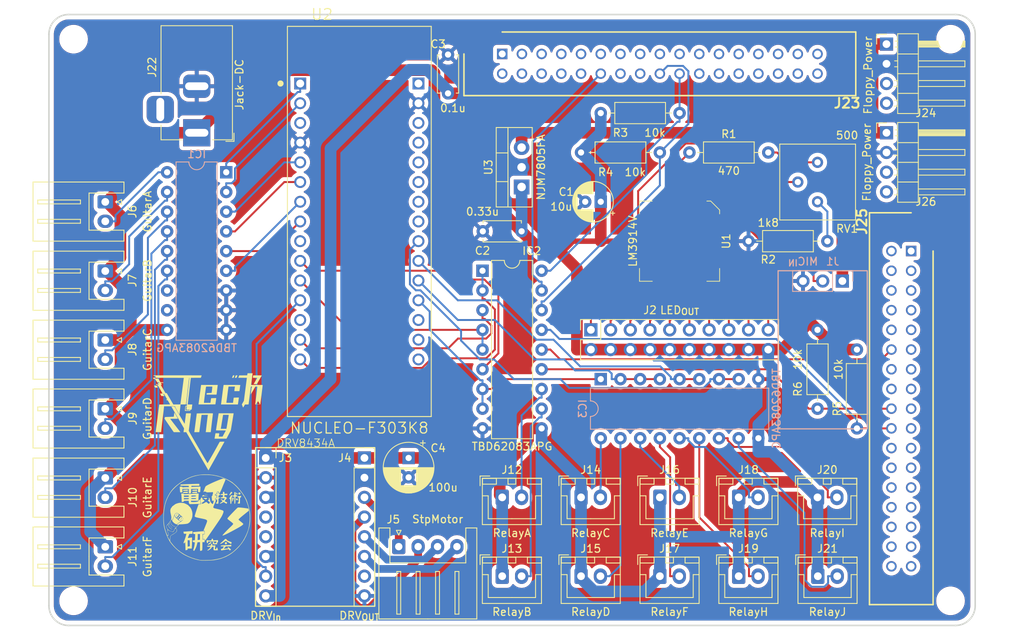
<source format=kicad_pcb>
(kicad_pcb (version 20221018) (generator pcbnew)
  (layers (0 "F.Cu" signal) (31 "B.Cu" signal) (34 "B.Paste" user) (35 "F.Paste" user) (36 "B.SilkS" user "B.Silkscreen") (37 "F.SilkS" user "F.Silkscreen") (38 "B.Mask" user) (39 "F.Mask" user) (44 "Edge.Cuts" user))
  (net 0 "")
  (net 1 "+12V")
  (net 2 "GND")
  (net 3 "+5V")
  (net 4 "/Direction1")
  (net 5 "/Step1")
  (net 6 "/Step2")
  (net 7 "/Direction2")
  (net 8 "/Relay1")
  (net 9 "/Relay2")
  (net 10 "/Relay3")
  (net 11 "/Relay4")
  (net 12 "/Motor_OutAN")
  (net 13 "/Motor_OutA")
  (net 14 "/Motor_OutBN")
  (net 15 "/Motor_OutB")
  (net 16 "/Guitar1")
  (net 17 "/Guitar2")
  (net 18 "/Guitar3")
  (net 19 "/Guitar4")
  (net 20 "/Guitar5")
  (net 21 "/Guitar6")
  (net 22 "Net-(IC1-O6)")
  (net 23 "Net-(IC1-O5)")
  (net 24 "Net-(IC1-O4)")
  (net 25 "Net-(IC1-O3)")
  (net 26 "Net-(IC1-O2)")
  (net 27 "Net-(IC1-O1)")
  (net 28 "Net-(IC2-O8)")
  (net 29 "Net-(IC2-O7)")
  (net 30 "Net-(IC2-O6)")
  (net 31 "Net-(IC2-O5)")
  (net 32 "Net-(IC2-O4)")
  (net 33 "Net-(IC2-O3)")
  (net 34 "Net-(IC2-O2)")
  (net 35 "Net-(IC2-O1)")
  (net 36 "Net-(IC3-O8)")
  (net 37 "Net-(IC3-O7)")
  (net 38 "Net-(IC3-O6)")
  (net 39 "Net-(IC3-O5)")
  (net 40 "Net-(IC3-O4)")
  (net 41 "Net-(IC3-O3)")
  (net 42 "Net-(IC3-O2)")
  (net 43 "Net-(IC3-O1)")
  (net 44 "Net-(J1-Pin_2)")
  (net 45 "Net-(J2-Pin_1)")
  (net 46 "Net-(J2-Pin_3)")
  (net 47 "Net-(J2-Pin_5)")
  (net 48 "Net-(J2-Pin_7)")
  (net 49 "Net-(J2-Pin_9)")
  (net 50 "Net-(J2-Pin_11)")
  (net 51 "Net-(J2-Pin_13)")
  (net 52 "Net-(J2-Pin_15)")
  (net 53 "Net-(J2-Pin_17)")
  (net 54 "Net-(J2-Pin_19)")
  (net 57 "Net-(J3-Pin_7)")
  (net 63 "Net-(U1-REFOUT)")
  (net 64 "Net-(R1-Pad2)")
  (net 65 "Net-(R2-Pad1)")
  (net 66 "Net-(U1-REFADJ)")
  (footprint "Resistor_THT:R_Axial_DIN0207_L6.3mm_D2.5mm_P10.16mm_Horizontal" (layer "F.Cu") (at 199.39 90.17 -90)
    (fp_text reference "R6")
    (fp_text value "10k")
  )
  (footprint "Connector_JST:JST_XH_S2B-XH-A_1x02_P2.50mm_Horizontal" (layer "F.Cu") (at 107.59 91.48 -90)
    (fp_text reference "J8")
    (fp_text value "GuitarC")
  )
  (footprint "MountingHole:MountingHole_3.2mm_M3" (layer "F.Cu") (at 216.535 125.095)
    (fp_text reference "REF**")
    (fp_text value "MountingHole_3.2mm_M3")
  )
  (footprint "Capacitor_THT:C_Disc_D4.7mm_W2.5mm_P5.00mm" (layer "F.Cu") (at 161.25 77.47 180)
    (fp_text reference "C2")
    (fp_text value "0.33u")
  )
  (footprint "Connector_JST:JST_XH_S2B-XH-A_1x02_P2.50mm_Horizontal" (layer "F.Cu") (at 107.59 73.68 -90)
    (fp_text reference "J6")
    (fp_text value "GuitarA")
  )
  (footprint "Connector_PinSocket_2.54mm:PinSocket_1x08_P2.54mm_Vertical" (layer "F.Cu") (at 140.995 106.68)
    (fp_text reference "J4")
    (fp_text value "DRV_{OUT}")
  )
  (footprint "Potentiometer_THT:Potentiometer_Bourns_3386P_Vertical" (layer "F.Cu") (at 199.39 68.58 180)
    (fp_text reference "RV1")
    (fp_text value "500")
  )
  (footprint "Package_LCC:PLCC-20" (layer "F.Cu") (at 181.61 78.74 -90)
    (fp_text reference "U1")
    (fp_text value "LM3914V")
  )
  (footprint "Connector_JST:JST_XH_B2B-XH-A_1x02_P2.50mm_Vertical" (layer "F.Cu") (at 189.23 111.76)
    (fp_text reference "J18")
    (fp_text value "RelayG")
  )
  (footprint "Connector_PinHeader_2.54mm:PinHeader_1x04_P2.54mm_Horizontal" (layer "F.Cu") (at 208.28 53.34)
    (fp_text reference "J24")
    (fp_text value "Floppy_Power")
  )
  (footprint "Connector_JST:JST_XH_S2B-XH-A_1x02_P2.50mm_Horizontal" (layer "F.Cu") (at 107.59 100.35 -90)
    (fp_text reference "J9")
    (fp_text value "GuitarD")
  )
  (footprint "Capacitor_THT:CP_Radial_D6.3mm_P2.50mm" (layer "F.Cu") (at 146.685 106.68 -90)
    (fp_text reference "C4")
    (fp_text value "100u")
  )
  (footprint "Connector_PinHeader_2.54mm:PinHeader_1x04_P2.54mm_Horizontal" (layer "F.Cu") (at 208.28 64.77)
    (fp_text reference "J26")
    (fp_text value "Floppy_Power")
  )
  (footprint "Connector_JST:JST_XH_S4B-XH-A_1x04_P2.50mm_Horizontal" (layer "F.Cu") (at 145.415 118.11)
    (fp_text reference "J5")
    (fp_text value "StpMotor")
  )
  (footprint "Connector_JST:JST_XH_S2B-XH-A_1x02_P2.50mm_Horizontal" (layer "F.Cu") (at 107.59 109.26 -90)
    (fp_text reference "J10")
    (fp_text value "GuitarE")
  )
  (footprint "LOGO:TechRing" (layer "F.Cu") (at 120.65 101.6)
    (fp_text reference "G0")
    (fp_text value "LOGO" hide)
  )
  (footprint "Connector_JST:JST_XH_B2B-XH-A_1x02_P2.50mm_Vertical" (layer "F.Cu") (at 189.23 121.92)
    (fp_text reference "J19")
    (fp_text value "RelayH")
  )
  (footprint "Connector_JST:JST_XH_S2B-XH-A_1x02_P2.50mm_Horizontal" (layer "F.Cu") (at 107.59 82.59 -90)
    (fp_text reference "J7")
    (fp_text value "GuitarB")
  )
  (footprint "Module:MODULE_NUCLEO-F303K8" (layer "F.Cu") (at 140.335 76.2)
    (fp_text reference "U2")
    (fp_text value "NUCLEO-F303K8")
  )
  (footprint "Connector_JST:JST_XH_B2B-XH-A_1x02_P2.50mm_Vertical" (layer "F.Cu") (at 158.75 111.76)
    (fp_text reference "J12")
    (fp_text value "RelayA")
  )
  (footprint "Resistor_THT:R_Axial_DIN0207_L6.3mm_D2.5mm_P10.16mm_Horizontal" (layer "F.Cu") (at 200.66 78.74 180)
    (fp_text reference "R2")
    (fp_text value "1k8")
  )
  (footprint "Resistor_THT:R_Axial_DIN0207_L6.3mm_D2.5mm_P10.16mm_Horizontal" (layer "F.Cu") (at 204.47 92.71 -90)
    (fp_text reference "R5")
    (fp_text value "10k")
  )
  (footprint "Connector:SHDR34W70P254_2X17_5050X820X900P" (layer "F.Cu") (at 211.455 80.01 90)
    (fp_text reference "J25")
    (fp_text value "FloppyB" hide)
  )
  (footprint "Resistor_THT:R_Axial_DIN0207_L6.3mm_D2.5mm_P10.16mm_Horizontal" (layer "F.Cu") (at 182.88 67.31)
    (fp_text reference "R1")
    (fp_text value "470")
  )
  (footprint "Connector_JST:JST_XH_B2B-XH-A_1x02_P2.50mm_Vertical" (layer "F.Cu") (at 199.43 121.92)
    (fp_text reference "J21")
    (fp_text value "RelayJ")
  )
  (footprint "Resistor_THT:R_Axial_DIN0207_L6.3mm_D2.5mm_P10.16mm_Horizontal" (layer "F.Cu") (at 168.91 67.31)
    (fp_text reference "R4")
    (fp_text value "10k")
  )
  (footprint "Connector_BarrelJack:BarrelJack_Horizontal" (layer "F.Cu") (at 119.38 64.77 -90)
    (fp_text reference "J22")
    (fp_text value "Jack-DC")
  )
  (footprint "MountingHole:MountingHole_3.2mm_M3" (layer "F.Cu") (at 216.535 52.705)
    (fp_text reference "REF**")
    (fp_text value "MountingHole_3.2mm_M3")
  )
  (footprint "MountingHole:MountingHole_3.2mm_M3" (layer "F.Cu") (at 103.505 125.095)
    (fp_text reference "REF**")
    (fp_text value "MountingHole_3.2mm_M3")
  )
  (footprint "Connector_JST:JST_XH_B2B-XH-A_1x02_P2.50mm_Vertical" (layer "F.Cu") (at 158.75 121.92)
    (fp_text reference "J13")
    (fp_text value "RelayB")
  )
  (footprint "MountingHole:MountingHole_3.2mm_M3" (layer "F.Cu") (at 103.505 52.705)
    (fp_text reference "REF**")
    (fp_text value "MountingHole_3.2mm_M3")
  )
  (footprint "Connector_JST:JST_XH_B2B-XH-A_1x02_P2.50mm_Vertical" (layer "F.Cu") (at 199.39 111.76)
    (fp_text reference "J20")
    (fp_text value "RelayI")
  )
  (footprint "Connector_JST:JST_XH_B2B-XH-A_1x02_P2.50mm_Vertical" (layer "F.Cu") (at 168.91 121.92)
    (fp_text reference "J15")
    (fp_text value "RelayD")
  )
  (footprint "Capacitor_THT:C_Disc_D4.7mm_W2.5mm_P5.00mm" (layer "F.Cu") (at 151.765 59.69 90)
    (fp_text reference "C3")
    (fp_text value "0.1u")
  )
  (footprint "Connector_JST:JST_XH_B2B-XH-A_1x02_P2.50mm_Vertical" (layer "F.Cu") (at 168.91 111.76)
    (fp_text reference "J14")
    (fp_text value "RelayC")
  )
  (footprint "Connector_PinSocket_2.54mm:PinSocket_2x10_P2.54mm_Vertical" (layer "F.Cu") (at 170.18 90.17 90)
    (fp_text reference "J2")
    (fp_text value "LED_{OUT}")
  )
  (footprint "Connector_PinSocket_2.54mm:PinSocket_1x08_P2.54mm_Vertical" (layer "F.Cu") (at 128.27 106.68)
    (fp_text reference "J3")
    (fp_text value "DRV_{In}")
  )
  (footprint "Connector:SHDR34W70P254_2X17_5050X820X900P" (layer "F.Cu") (at 158.75 54.61 180)
    (fp_text reference "J23")
    (fp_text value "FloppyA" hide)
  )
  (footprint "Resistor_THT:R_Axial_DIN0207_L6.3mm_D2.5mm_P10.16mm_Horizontal" (layer "F.Cu") (at 171.45 62.23)
    (fp_text reference "R3")
    (fp_text value "10k")
  )
  (footprint "LOGO:Denken" (layer "F.Cu") (at 120.65 114.3)
    (fp_text reference "G1")
    (fp_text value "LOGO" hide)
  )
  (footprint "Capacitor_THT:CP_Radial_D5.0mm_P2.00mm" (layer "F.Cu") (at 171.45 73.66 180)
    (fp_text reference "C1")
    (fp_text value "10u")
  )
  (footprint "Connector_JST:JST_XH_S2B-XH-A_1x02_P2.50mm_Horizontal" (layer "F.Cu") (at 107.59 118.13 -90)
    (fp_text reference "J11")
    (fp_text value "GuitarF")
  )
  (footprint "Connector_JST:JST_XH_B2B-XH-A_1x02_P2.50mm_Vertical" (layer "F.Cu") (at 179.07 121.92)
    (fp_text reference "J17")
    (fp_text value "RelayF")
  )
  (footprint "Package_TO_SOT_THT:TO-220-3_Vertical" (layer "F.Cu") (at 161.25 71.755 90)
    (fp_text reference "U3")
    (fp_text value "NJM7805FA")
  )
  (footprint "Package_DIP:DIP-18_W7.62mm" (layer "F.Cu") (at 156.21 82.55)
    (fp_text reference "IC2")
    (fp_text value "TBD62083APG")
  )
  (footprint "Connector_JST:JST_XH_B2B-XH-A_1x02_P2.50mm_Vertical" (layer "F.Cu") (at 179.07 111.76)
    (fp_text reference "J16")
    (fp_text value "RelayE")
  )
  (footprint "Connector_PinSocket_2.54mm:PinSocket_1x03_P2.54mm_Vertical" (layer "B.Cu") (at 202.595 83.88 90)
    (fp_text reference "J1")
    (fp_text value "MIC_{IN}")
  )
  (footprint "Package_DIP:DIP-18_W7.62mm" (layer "B.Cu") (at 123.18 69.86 180)
    (fp_text reference "IC1")
    (fp_text value "TBD62083APG")
  )
  (footprint "Package_DIP:DIP-18_W7.62mm" (layer "B.Cu") (at 171.45 96.52 -90)
    (fp_text reference "IC3")
    (fp_text value "TBD62083APG")
  )
  (gr_rect (start 194.31 82.55) (end 205.8 102.93) (stroke (width 0.15)) (fill none) (layer "B.SilkS"))
  (gr_rect (start 126.965 105.35) (end 142.325 125.79) (stroke (width 0.15)) (fill none) (layer "F.SilkS"))
  (gr_line (start 100.33 52.07) (end 100.33 125.73) (stroke (width 0.2)) (layer "Edge.Cuts"))
  (gr_arc (start 102.87 128.27) (mid 101.073949 127.526051) (end 100.33 125.73) (stroke (width 0.2)) (layer "Edge.Cuts"))
  (gr_line (start 217.17 49.53) (end 102.87 49.53) (stroke (width 0.2)) (layer "Edge.Cuts"))
  (gr_line (start 102.87 128.27) (end 217.17 128.27) (stroke (width 0.2)) (layer "Edge.Cuts"))
  (gr_line (start 219.71 125.73) (end 219.71 52.07) (stroke (width 0.2)) (layer "Edge.Cuts"))
  (gr_arc (start 100.33 52.07) (mid 101.073949 50.273949) (end 102.87 49.53) (stroke (width 0.2)) (layer "Edge.Cuts"))
  (gr_arc (start 217.17 49.53) (mid 218.966051 50.273949) (end 219.71 52.07) (stroke (width 0.2)) (layer "Edge.Cuts"))
  (gr_arc (start 219.71 125.73) (mid 218.966051 127.526051) (end 217.17 128.27) (stroke (width 0.2)) (layer "Edge.Cuts"))
  (gr_text "DRV8434A" (at 129.6 105.35) (layer "F.SilkS") (effects (font (size 1 1) (thickness 0.1)) (justify left bottom)))
  (segment (start 170.18 92.71) (end 168.3797 92.71) (width 1.5) (layer "F.Cu") (net 1))
  (segment (start 146.685 106.68) (end 156.8402 106.68) (width 1.5) (layer "F.Cu") (net 1))
  (segment (start 109.5404 80.8434) (end 107.7938 82.59) (width 1.5) (layer "F.Cu") (net 1))
  (segment (start 163.7851 80.0051) (end 166.0754 80.0051) (width 1.5) (layer "F.Cu") (net 1))
  (segment (start 167.3405 78.74) (end 171.45 78.74) (width 0.6998) (layer "F.Cu") (net 1))
  (segment (start 194.6482 85.7739) (end 194.6482 80.3973) (width 1.5) (layer "F.Cu") (net 1))
  (segment (start 107.7863 73.68) (end 109.5404 75.4341) (width 1.5) (layer "F.Cu") (net 1))
  (segment (start 194.8403 92.71) (end 198.2123 89.338) (width 1.5) (layer "F.Cu") (net 1))
  (segment (start 107.59 73.68) (end 107.7863 73.68) (width 1.5) (layer "F.Cu") (net 1))
  (segment (start 136.6297 106.68) (end 146.685 106.68) (width 1.5) (layer "F.Cu") (net 1))
  (segment (start 166.0754 80.0051) (end 168.3797 82.3094) (width 1.5) (layer "F.Cu") (net 1))
  (segment (start 150.015 66.235) (end 150.015 57.05) (width 1.5) (layer "F.Cu") (net 1))
  (segment (start 166.0754 80.0051) (end 167.3405 78.74) (width 1.5) (layer "F.Cu") (net 1))
  (segment (start 198.558 89.338) (end 199.39 90.17) (width 1.5) (layer "F.Cu") (net 1))
  (segment (start 111.9703 104.4564) (end 107.8639 100.35) (width 1.5) (layer "F.Cu") (net 1))
  (segment (start 109.5602 98.6537) (end 109.5602 91.48) (width 1.5) (layer "F.Cu") (net 1))
  (segment (start 193.04 92.71) (end 194.8403 92.71) (width 1.5) (layer "F.Cu") (net 1))
  (segment (start 114.2348 90.18) (end 110.8795 90.18) (width 1.5) (layer "F.Cu") (net 1))
  (segment (start 110.8795 90.18) (end 109.5795 91.48) (width 1.5) (layer "F.Cu") (net 1))
  (segment (start 199.39 111.76) (end 197.4011 109.7711) (width 1.5) (layer "F.Cu") (net 1))
  (segment (start 185.42 92.71) (end 182.88 92.71) (width 1.5) (layer "F.Cu") (net 1))
  (segment (start 161.25 77.47) (end 163.7851 80.0051) (width 1.5) (layer "F.Cu") (net 1))
  (segment (start 107.8639 100.35) (end 107.59 100.35) (width 1.5) (layer "F.Cu") (net 1))
  (segment (start 190.4509 76.2) (end 187.1752 76.2) (width 1.5) (layer "F.Cu") (net 1))
  (segment (start 161.25 77.47) (end 150.015 66.235) (width 1.5) (layer "F.Cu") (net 1))
  (segment (start 116.6797 64.7866) (end 116.6797 64.77) (width 1.5) (layer "F.Cu") (net 1))
  (segment (start 109.5602 91.48) (end 107.59 91.48) (width 1.5) (layer "F.Cu") (net 1))
  (segment (start 115.56 90.18) (end 114.2348 90.18) (width 1.5) (layer "F.Cu") (net 1))
  (segment (start 109.5404 75.4341) (end 109.5404 80.8434) (width 1.5) (layer "F.Cu") (net 1))
  (segment (start 190.5 92.71) (end 193.04 92.71) (width 1.5) (layer "F.Cu") (net 1))
  (segment (start 198.2123 89.338) (end 194.6482 85.7739) (width 1.5) (layer "F.Cu") (net 1))
  (segment (start 109.5795 91.48) (end 109.5602 91.48) (width 1.5) (layer "F.Cu") (net 1))
  (segment (start 158.75 111.76) (end 158.4301 111.4401) (width 1.5) (layer "F.Cu") (net 1))
  (segment (start 189.23 111.5591) (end 189.23 111.76) (width 1.5) (layer "F.Cu") (net 1))
  (segment (start 110.8795 90.18) (end 110.8795 85.6757) (width 1.5) (layer "F.Cu") (net 1))
  (segment (start 168.3797 82.3094) (end 168.3797 92.71) (width 1.5) (layer "F.Cu") (net 1))
  (segment (start 175.26 92.71) (end 172.72 92.71) (width 1.5) (layer "F.Cu") (net 1))
  (segment (start 107.7938 82.59) (end 107.59 82.59) (width 1.5) (layer "F.Cu") (net 1))
  (segment (start 171.45 73.66) (end 171.45 75.4103) (width 1.5) (layer "F.Cu") (net 1))
  (segment (start 177.8 92.71) (end 175.26 92.71) (width 1.5) (layer "F.Cu") (net 1))
  (segment (start 110.8795 85.6757) (end 107.7938 82.59) (width 1.5) (layer "F.Cu") (net 1))
  (segment (start 197.4011 109.7711) (end 191.018 109.7711) (width 1.5) (layer "F.Cu") (net 1))
  (segment (start 127.445 56.705) (end 119.38 64.77) (width 1.5) (layer "F.Cu") (net 1))
  (segment (start 111.9703 104.8797) (end 111.9703 104.4564) (width 1.5) (layer "F.Cu") (net 1))
  (segment (start 111.9703 104.8797) (end 134.8294 104.8797) (width 1.5) (layer "F.Cu") (net 1))
  (segment (start 187.96 92.71) (end 185.42 92.71) (width 1.5) (layer "F.Cu") (net 1))
  (segment (start 150.015 57.05) (end 149.67 56.705) (width 1.5) (layer "F.Cu") (net 1))
  (segment (start 204.47 92.71) (end 201.93 92.71) (width 1.5) (layer "F.Cu") (net 1))
  (segment (start 191.018 109.7711) (end 189.23 111.5591) (width 1.5) (layer "F.Cu") (net 1))
  (segment (start 134.8294 104.8797) (end 136.6297 106.68) (width 1.5) (layer "F.Cu") (net 1))
  (segment (start 162.0797 102.87) (end 162.0797 104.6203) (width 1.5) (layer "F.Cu") (net 1))
  (segment (start 119.38 64.77) (end 116.6797 64.77) (width 1.5) (layer "F.Cu") (net 1))
  (segment (start 198.2123 89.338) (end 198.558 89.338) (width 1.5) (layer "F.Cu") (net 1))
  (segment (start 171.45 78.74) (end 171.45 75.4103) (width 1.5) (layer "F.Cu") (net 1))
  (segment (start 194.6482 80.3973) (end 190.4509 76.2) (width 1.5) (layer "F.Cu") (net 1))
  (segment (start 107.7863 73.68) (end 116.6797 64.7866) (width 1.5) (layer "F.Cu") (net 1))
  (segment (start 107.8639 100.35) (end 109.5602 98.6537) (width 1.5) (layer "F.Cu") (net 1))
  (segment (start 190.5 92.71) (end 187.96 92.71) (width 1.5) (layer "F.Cu") (net 1))
  (segment (start 182.88 92.71) (end 180.34 92.71) (width 1.5) (layer "F.Cu") (net 1))
  (segment (start 156.8402 106.68) (end 158.4301 108.2699) (width 1.5) (layer "F.Cu") (net 1))
  (segment (start 171.45 78.74) (end 177.5575 78.74) (width 0.6998) (layer "F.Cu") (net 1))
  (segment (start 162.0797 104.6203) (end 158.4301 108.2699) (width 1.5) (layer "F.Cu") (net 1))
  (segment (start 107.59 109.26) (end 111.9703 104.8797) (width 1.5) (layer "F.Cu") (net 1))
  (segment (start 172.72 92.71) (end 170.18 92.71) (width 1.5) (layer "F.Cu") (net 1))
  (segment (start 158.4301 111.4401) (end 158.4301 108.2699) (width 1.5) (layer "F.Cu") (net 1))
  (segment (start 180.34 92.71) (end 177.8 92.71) (width 1.5) (layer "F.Cu") (net 1))
  (segment (start 185.6625 76.2) (end 187.1752 76.2) (width 0.6998) (layer "F.Cu") (net 1))
  (segment (start 149.67 56.705) (end 127.445 56.705) (width 1.5) (layer "F.Cu") (net 1))
  (segment (start 201.93 92.71) (end 199.39 90.17) (width 1.5) (layer "F.Cu") (net 1))
  (segment (start 163.83 102.87) (end 162.0797 102.87) (width 1.5) (layer "F.Cu") (net 1))
  (segment (start 193.04 92.71) (end 193.04 94.5103) (width 1.5) (layer "B.Cu") (net 1))
  (segment (start 171.45 73.66) (end 171.45 69.85) (width 1.5) (layer "B.Cu") (net 1))
  (segment (start 191.77 104.6074) (end 191.77 105.8903) (width 1.5) (layer "B.Cu") (net 1))
  (segment (start 191.77 102.3897) (end 193.5549 100.6048) (width 1.5) (layer "B.Cu") (net 1))
  (segment (start 179.07 111.76) (end 179.07 116.84) (width 1.5) (layer "B.Cu") (net 1))
  (segment (start 107.59 109.26) (end 107.3935 109.26) (width 1.5) (layer "B.Cu") (net 1))
  (segment (start 189.23 121.92) (end 189.23 116.84) (width 1.5) (layer "B.Cu") (net 1))
  (segment (start 171.45 64.77) (end 168.91 67.31) (width 1.5) (layer "B.Cu") (net 1))
  (segment (start 171.45 62.23) (end 171.45 64.77) (width 1.5) (layer "B.Cu") (net 1))
  (segment (start 193.5203 105.8903) (end 199.39 111.76) (width 1.5) (layer "B.Cu") (net 1))
  (segment (start 163.83 102.87) (end 163.83 104.6203) (width 1.5) (layer "B.Cu") (net 1))
  (segment (start 199.39 111.76) (end 199.39 121.88) (width 1.5) (layer "B.Cu") (net 1))
  (segment (start 105.6396 111.0139) (end 105.6396 116.1796) (width 1.5) (layer "B.Cu") (net 1))
  (segment (start 163.83 104.6203) (end 168.91 109.7003) (width 1.5) (layer "B.Cu") (net 1))
  (segment (start 107.3935 109.26) (end 105.6396 111.0139) (width 1.5) (layer "B.Cu") (net 1))
  (segment (start 158.75 121.92) (end 158.75 111.76) (width 1.5) (layer "B.Cu") (net 1))
  (segment (start 193.5549 95.0252) (end 193.04 94.5103) (width 1.5) (layer "B.Cu") (net 1))
  (segment (start 179.07 116.84) (end 179.07 121.92) (width 1.5) (layer "B.Cu") (net 1))
  (segment (start 168.91 111.76) (end 168.91 121.92) (width 1.5) (layer "B.Cu") (net 1))
  (segment (start 168.91 122.1954) (end 168.91 121.92) (width 1.5) (layer "B.Cu") (net 1))
  (segment (start 171.45 69.85) (end 168.91 67.31) (width 1.5) (layer "B.Cu") (net 1))
  (segment (start 191.77 104.6074) (end 191.77 104.14) (width 1.5) (layer "B.Cu") (net 1))
  (segment (start 189.23 116.84) (end 189.23 111.76) (width 1.5) (layer "B.Cu") (net 1))
  (segment (start 177.1028 123.8872) (end 170.6018 123.8872) (width 1.5) (layer "B.Cu") (net 1))
  (segment (start 179.07 116.84) (end 189.23 116.84) (width 1.5) (layer "B.Cu") (net 1))
  (segment (start 105.6396 116.1796) (end 107.59 118.13) (width 1.5) (layer "B.Cu") (net 1))
  (segment (start 191.77 104.14) (end 191.77 102.3897) (width 1.5) (layer "B.Cu") (net 1))
  (segment (start 199.39 121.88) (end 199.43 121.92) (width 1.5) (layer "B.Cu") (net 1))
  (segment (start 161.25 71.755) (end 161.25 77.47) (width 1.5) (layer "B.Cu") (net 1))
  (segment (start 168.91 109.7003) (end 168.91 111.76) (width 1.5) (layer "B.Cu") (net 1))
  (segment (start 179.07 121.92) (end 177.1028 123.8872) (width 1.5) (layer "B.Cu") (net 1))
  (segment (start 170.6018 123.8872) (end 168.91 122.1954) (width 1.5) (layer "B.Cu") (net 1))
  (segment (start 193.5549 100.6048) (end 193.5549 95.0252) (width 1.5) (layer "B.Cu") (net 1))
  (segment (start 191.77 105.8903) (end 193.5203 105.8903) (width 1.5) (layer "B.Cu") (net 1))
  (segment (start 156.1678 59.69) (end 161.25 64.7722) (width 1.5) (layer "F.Cu") (net 3))
  (segment (start 161.25 66.675) (end 161.25 64.7722) (width 1.5) (layer "F.Cu") (net 3))
  (segment (start 198.7125 64.7722) (end 202.595 68.6547) (width 1.5) (layer "F.Cu") (net 3))
  (segment (start 151.765 59.69) (end 156.1678 59.69) (width 1.5) (layer "F.Cu") (net 3))
  (segment (start 161.25 64.7722) (end 198.7125 64.7722) (width 1.5) (layer "F.Cu") (net 3))
  (segment (start 202.595 68.6547) (end 206.4797 64.77) (width 1.5) (layer "F.Cu") (net 3))
  (segment (start 208.28 64.77) (end 206.4797 64.77) (width 1.5) (layer "F.Cu") (net 3))
  (segment (start 202.595 83.88) (end 202.595 68.6547) (width 1.5) (layer "F.Cu") (net 3))
  (segment (start 206.4797 64.77) (end 206.4797 53.34) (width 1.5) (layer "F.Cu") (net 3))
  (segment (start 208.28 53.34) (end 206.4797 53.34) (width 1.5) (layer "F.Cu") (net 3))
  (segment (start 146.7909 56.6514) (end 136.6296 66.8127) (width 1.5) (layer "B.Cu") (net 3))
  (segment (start 128.27 124.46) (end 130.0703 124.46) (width 1.5) (layer "B.Cu") (net 3))
  (segment (start 151.765 59.69) (end 151.765 59.3462) (width 1.5) (layer "B.Cu") (net 3))
  (segment (start 149.0702 56.6514) (end 146.7909 56.6514) (width 1.5) (layer "B.Cu") (net 3))
  (segment (start 130.0703 119.38) (end 130.0703 111.76) (width 1.5) (layer "B.Cu") (net 3))
  (segment (start 151.765 59.3462) (end 149.0702 56.6514) (width 1.5) (layer "B.Cu") (net 3))
  (segment (start 130.0703 119.38) (end 130.0703 124.46) (width 1.5) (layer "B.Cu") (net 3))
  (segment (start 128.27 111.76) (end 130.0703 111.76) (width 1.5) (layer "B.Cu") (net 3))
  (segment (start 128.27 119.38) (end 130.0703 119.38) (width 1.5) (layer "B.Cu") (net 3))
  (segment (start 136.6296 96.5201) (end 128.27 104.8797) (width 1.5) (layer "B.Cu") (net 3))
  (segment (start 130.0703 111.76) (end 130.0703 106.68) (width 1.5) (layer "B.Cu") (net 3))
  (segment (start 128.27 106.68) (end 130.0703 106.68) (width 1.5) (layer "B.Cu") (net 3))
  (segment (start 136.6296 66.8127) (end 136.6296 96.5201) (width 1.5) (layer "B.Cu") (net 3))
  (segment (start 128.27 106.68) (end 128.27 104.8797) (width 1.5) (layer "B.Cu") (net 3))
  (segment (start 151.8019 92.5442) (end 133.8192 92.5442) (width 0.25) (layer "F.Cu") (net 4))
  (segment (start 156.21 87.63) (end 156.21 88.7553) (width 0.25) (layer "F.Cu") (net 4))
  (segment (start 156.4913 88.7553) (end 157.3464 89.6104) (width 0.25) (layer "F.Cu") (net 4))
  (segment (start 157.3464 90.6333) (end 156.6843 91.2954) (width 0.25) (layer "F.Cu") (net 4))
  (segment (start 133.8192 92.5442) (end 132.715 91.44) (width 0.25) (layer "F.Cu") (net 4))
  (segment (start 156.21 88.7553) (end 156.4913 88.7553) (width 0.25) (layer "F.Cu") (net 4))
  (segment (start 153.0507 91.2954) (end 151.8019 92.5442) (width 0.25) (layer "F.Cu") (net 4))
  (segment (start 157.3464 89.6104) (end 157.3464 90.6333) (width 0.25) (layer "F.Cu") (net 4))
  (segment (start 156.6843 91.2954) (end 153.0507 91.2954) (width 0.25) (layer "F.Cu") (net 4))
  (segment (start 156.21 85.09) (end 156.21 86.2153) (width 0.25) (layer "F.Cu") (net 5))
  (segment (start 148.4351 95.0721) (end 133.8071 95.0721) (width 0.25) (layer "F.Cu") (net 5))
  (segment (start 156.6855 93.8354) (end 149.6718 93.8354) (width 0.25) (layer "F.Cu") (net 5))
  (segment (start 156.4913 86.2153) (end 157.8069 87.5309) (width 0.25) (layer "F.Cu") (net 5))
  (segment (start 157.8069 92.714) (end 156.6855 93.8354) (width 0.25) (layer "F.Cu") (net 5))
  (segment (start 157.8069 87.5309) (end 157.8069 92.714) (width 0.25) (layer "F.Cu") (net 5))
  (segment (start 149.6718 93.8354) (end 148.4351 95.0721) (width 0.25) (layer "F.Cu") (net 5))
  (segment (start 156.21 86.2153) (end 156.4913 86.2153) (width 0.25) (layer "F.Cu") (net 5))
  (segment (start 133.8071 95.0721) (end 132.715 93.98) (width 0.25) (layer "F.Cu") (net 5))
  (segment (start 156.21 85.09) (end 156.21 82.55) (width 0.25) (layer "B.Cu") (net 5))
  (segment (start 156.21 90.17) (end 139.065 90.17) (width 0.25) (layer "F.Cu") (net 6))
  (segment (start 139.065 90.17) (end 132.715 83.82) (width 0.25) (layer "F.Cu") (net 6))
  (segment (start 156.21 92.71) (end 156.21 90.17) (width 0.25) (layer "B.Cu") (net 6))
  (segment (start 156.21 95.25) (end 158.2585 93.2015) (width 0.25) (layer "F.Cu") (net 7))
  (segment (start 156.4622 83.6884) (end 151.6607 83.6884) (width 0.25) (layer "F.Cu") (net 7))
  (segment (start 133.985 82.55) (end 132.715 81.28) (width 0.25) (layer "F.Cu") (net 7))
  (segment (start 151.6607 83.6884) (end 150.5223 82.55) (width 0.25) (layer "F.Cu") (net 7))
  (segment (start 150.5223 82.55) (end 133.985 82.55) (width 0.25) (layer "F.Cu") (net 7))
  (segment (start 158.2585 85.4847) (end 156.4622 83.6884) (width 0.25) (layer "F.Cu") (net 7))
  (segment (start 158.2585 93.2015) (end 158.2585 85.4847) (width 0.25) (layer "F.Cu") (net 7))
  (segment (start 156.21 97.79) (end 157.3353 97.79) (width 0.25) (layer "F.Cu") (net 8))
  (segment (start 171.45 96.52) (end 158.6053 96.52) (width 0.25) (layer "F.Cu") (net 8))
  (segment (start 158.6053 96.52) (end 157.3353 97.79) (width 0.25) (layer "F.Cu") (net 8))
  (segment (start 156.21 100.33) (end 156.21 97.79) (width 0.25) (layer "B.Cu") (net 8))
  (segment (start 155.9287 96.6647) (end 149.4046 90.1406) (width 0.25) (layer "B.Cu") (net 8))
  (segment (start 156.21 96.6647) (end 155.9287 96.6647) (width 0.25) (layer "B.Cu") (net 8))
  (segment (start 149.4046 87.8096) (end 147.955 86.36) (width 0.25) (layer "B.Cu") (net 8))
  (segment (start 149.4046 90.1406) (end 149.4046 87.8096) (width 0.25) (layer "B.Cu") (net 8))
  (segment (start 156.21 97.79) (end 156.21 96.6647) (width 0.25) (layer "B.Cu") (net 8))
  (segment (start 176.53 96.52) (end 173.99 96.52) (width 0.25) (layer "F.Cu") (net 9))
  (segment (start 179.07 96.52) (end 176.53 96.52) (width 0.25) (layer "F.Cu") (net 9))
  (segment (start 168.1481 95.3947) (end 166.7334 93.98) (width 0.25) (layer "B.Cu") (net 9))
  (segment (start 172.8647 95.8166) (end 172.4428 95.3947) (width 0.25) (layer "B.Cu") (net 9))
  (segment (start 172.8647 96.52) (end 172.8647 95.8166) (width 0.25) (layer "B.Cu") (net 9))
  (segment (start 173.99 96.52) (end 172.8647 96.52) (width 0.25) (layer "B.Cu") (net 9))
  (segment (start 162.8928 93.98) (end 157.8128 88.9) (width 0.25) (layer "B.Cu") (net 9))
  (segment (start 172.4428 95.3947) (end 168.1481 95.3947) (width 0.25) (layer "B.Cu") (net 9))
  (segment (start 153.035 88.9) (end 147.955 83.82) (width 0.25) (layer "B.Cu") (net 9))
  (segment (start 166.7334 93.98) (end 162.8928 93.98) (width 0.25) (layer "B.Cu") (net 9))
  (segment (start 157.8128 88.9) (end 153.035 88.9) (width 0.25) (layer "B.Cu") (net 9))
  (segment (start 184.15 96.52) (end 181.61 96.52) (width 0.25) (layer "F.Cu") (net 10))
  (segment (start 181.61 96.52) (end 180.4847 96.52) (width 0.25) (layer "B.Cu") (net 10))
  (segment (start 180.4847 96.52) (end 180.4847 96.2387) (width 0.25) (layer "B.Cu") (net 10))
  (segment (start 165.366 91.44) (end 163.1532 91.44) (width 0.25) (layer "B.Cu") (net 10))
  (segment (start 180.4847 96.2387) (end 179.1222 94.8762) (width 0.25) (layer "B.Cu") (net 10))
  (segment (start 163.1532 91.44) (end 158.0732 86.36) (width 0.25) (layer "B.Cu") (net 10))
  (segment (start 158.0732 86.36) (end 153.035 86.36) (width 0.25) (layer "B.Cu") (net 10))
  (segment (start 179.1222 94.8762) (end 168.8022 94.8762) (width 0.25) (layer "B.Cu") (net 10))
  (segment (start 153.035 86.36) (end 147.955 81.28) (width 0.25) (layer "B.Cu") (net 10))
  (segment (start 168.8022 94.8762) (end 165.366 91.44) (width 0.25) (layer "B.Cu") (net 10))
  (segment (start 189.23 96.52) (end 186.69 96.52) (width 0.25) (layer "F.Cu") (net 11))
  (segment (start 147.62 85.0705) (end 146.8537 84.3042) (width 0.25) (layer "B.Cu") (net 11))
  (segment (start 185.5647 96.8013) (end 184.7149 97.6511) (width 0.25) (layer "B.Cu") (net 11))
  (segment (start 185.5647 96.52) (end 185.5647 96.8013) (width 0.25) (layer "B.Cu") (net 11))
  (segment (start 153.4486 91.5544) (end 153.4486 90.3115) (width 0.25) (layer "B.Cu") (net 11))
  (segment (start 186.69 96.52) (end 185.5647 96.52) (width 0.25) (layer "B.Cu") (net 11))
  (segment (start 153.4486 90.3115) (end 148.2076 85.0705) (width 0.25) (layer "B.Cu") (net 11))
  (segment (start 148.2076 85.0705) (end 147.62 85.0705) (width 0.25) (layer "B.Cu") (net 11))
  (segment (start 166.2491 96.52) (end 160.2483 96.52) (width 0.25) (layer "B.Cu") (net 11))
  (segment (start 155.8742 93.98) (end 153.4486 91.5544) (width 0.25) (layer "B.Cu") (net 11))
  (segment (start 184.7149 97.6511) (end 167.3802 97.6511) (width 0.25) (layer "B.Cu") (net 11))
  (segment (start 146.8537 79.8413) (end 147.955 78.74) (width 0.25) (layer "B.Cu") (net 11))
  (segment (start 146.8537 84.3042) (end 146.8537 79.8413) (width 0.25) (layer "B.Cu") (net 11))
  (segment (start 160.2483 96.52) (end 157.7083 93.98) (width 0.25) (layer "B.Cu") (net 11))
  (segment (start 157.7083 93.98) (end 155.8742 93.98) (width 0.25) (layer "B.Cu") (net 11))
  (segment (start 167.3802 97.6511) (end 166.2491 96.52) (width 0.25) (layer "B.Cu") (net 11))
  (segment (start 143.94 119.785) (end 148.74 119.785) (width 1) (layer "B.Cu") (net 12))
  (segment (start 140.995 116.84) (end 143.94 119.785) (width 1) (layer "B.Cu") (net 12))
  (segment (start 148.74 119.785) (end 150.415 118.11) (width 1) (layer "B.Cu") (net 12))
  (segment (start 140.995 119.38) (end 142.6 120.985) (width 1) (layer "B.Cu") (net 13))
  (segment (start 150.04 120.985) (end 152.915 118.11) (width 1) (layer "B.Cu") (net 13))
  (segment (start 142.6 120.985) (end 150.04 120.985) (width 1) (layer "B.Cu") (net 13))
  (segment (start 141.637032 126.01) (end 147.915 119.732032) (width 1) (layer "F.Cu") (net 14))
  (segment (start 139.445 115.85) (end 139.445 125.102032) (width 1) (layer "F.Cu") (net 14))
  (segment (start 140.352968 126.01) (end 141.637032 126.01) (width 1) (layer "F.Cu") (net 14))
  (segment (start 147.915 119.732032) (end 147.915 118.11) (width 1) (layer "F.Cu") (net 14))
  (segment (start 140.995 114.3) (end 139.445 115.85) (width 1) (layer "F.Cu") (net 14))
  (segment (start 139.445 125.102032) (end 140.352968 126.01) (width 1) (layer "F.Cu") (net 14))
  (segment (start 140.995 111.76) (end 145.415 116.18) (width 1) (layer "F.Cu") (net 15))
  (segment (start 145.415 116.18) (end 145.415 118.11) (width 1) (layer "F.Cu") (net 15))
  (segment (start 123.18 68.7347) (end 132.4044 59.5103) (width 0.25) (layer "B.Cu") (net 16))
  (segment (start 132.4044 59.5103) (end 132.715 59.5103) (width 0.25) (layer "B.Cu") (net 16))
  (segment (start 123.18 69.86) (end 123.18 68.7347) (width 0.25) (layer "B.Cu") (net 16))
  (segment (start 132.715 58.42) (end 132.715 59.5103) (width 0.25) (layer "B.Cu") (net 16))
  (segment (start 124.3053 70.8528) (end 124.3053 69.3697) (width 0.25) (layer "B.Cu") (net 17))
  (segment (start 123.8834 71.2747) (end 124.3053 70.8528) (width 0.25) (layer "B.Cu") (net 17))
  (segment (start 124.3053 69.3697) (end 132.715 60.96) (width 0.25) (layer "B.Cu") (net 17))
  (segment (start 123.18 71.2747) (end 123.8834 71.2747) (width 0.25) (layer "B.Cu") (net 17))
  (segment (start 123.18 72.4) (end 123.18 71.2747) (width 0.25) (layer "B.Cu") (net 17))
  (segment (start 123.18 74.94) (end 124.3053 74.94) (width 0.25) (layer "B.Cu") (net 18))
  (segment (start 124.3053 74.94) (end 130.6653 68.58) (width 0.25) (layer "B.Cu") (net 18))
  (segment (start 130.6653 68.58) (end 132.715 68.58) (width 0.25) (layer "B.Cu") (net 18))
  (segment (start 130.6653 71.12) (end 132.715 71.12) (width 0.25) (layer "F.Cu") (net 19))
  (segment (start 123.18 77.48) (end 124.3053 77.48) (width 0.25) (layer "F.Cu") (net 19))
  (segment (start 124.3053 77.48) (end 130.6653 71.12) (width 0.25) (layer "F.Cu") (net 19))
  (segment (start 128.895 80.02) (end 132.715 76.2) (width 0.25) (layer "F.Cu") (net 20))
  (segment (start 123.18 80.02) (end 128.895 80.02) (width 0.25) (layer "F.Cu") (net 20))
  (segment (start 123.18 82.56) (end 124.3053 82.56) (width 0.25) (layer "B.Cu") (net 21))
  (segment (start 124.3053 82.56) (end 124.3053 82.0697) (width 0.25) (layer "B.Cu") (net 21))
  (segment (start 124.3053 82.0697) (end 132.715 73.66) (width 0.25) (layer "B.Cu") (net 21))
  (segment (start 114.4347 113.4915) (end 108.4715 119.4547) (width 0.25) (layer "B.Cu") (net 22))
  (segment (start 115.56 83.6853) (end 115.2786 83.6853) (width 0.25) (layer "B.Cu") (net 22))
  (segment (start 107.59 120.63) (end 107.59 119.4547) (width 0.25) (layer "B.Cu") (net 22))
  (segment (start 115.2786 83.6853) (end 114.4347 84.5292) (width 0.25) (layer "B.Cu") (net 22))
  (segment (start 114.4347 84.5292) (end 114.4347 113.4915) (width 0.25) (layer "B.Cu") (net 22))
  (segment (start 115.56 82.56) (end 115.56 83.6853) (width 0.25) (layer "B.Cu") (net 22))
  (segment (start 108.4715 119.4547) (end 107.59 119.4547) (width 0.25) (layer "B.Cu") (net 22))
  (segment (start 115.56 80.02) (end 115.56 81.1453) (width 0.25) (layer "B.Cu") (net 23))
  (segment (start 115.2786 81.1453) (end 113.9844 82.4395) (width 0.25) (layer "B.Cu") (net 23))
  (segment (start 108.4715 110.5847) (end 107.59 110.5847) (width 0.25) (layer "B.Cu") (net 23))
  (segment (start 113.9844 82.4395) (end 113.9844 105.0718) (width 0.25) (layer "B.Cu") (net 23))
  (segment (start 113.9844 105.0718) (end 108.4715 110.5847) (width 0.25) (layer "B.Cu") (net 23))
  (segment (start 115.56 81.1453) (end 115.2786 81.1453) (width 0.25) (layer "B.Cu") (net 23))
  (segment (start 107.59 111.76) (end 107.59 110.5847) (width 0.25) (layer "B.Cu") (net 23))
  (segment (start 115.56 77.48) (end 115.56 78.6053) (width 0.25) (layer "B.Cu") (net 24))
  (segment (start 107.59 102.85) (end 107.59 101.6747) (width 0.25) (layer "B.Cu") (net 24))
  (segment (start 108.4715 101.6747) (end 107.59 101.6747) (width 0.25) (layer "B.Cu") (net 24))
  (segment (start 115.2786 78.6053) (end 113.5341 80.3498) (width 0.25) (layer "B.Cu") (net 24))
  (segment (start 115.56 78.6053) (end 115.2786 78.6053) (width 0.25) (layer "B.Cu") (net 24))
  (segment (start 113.5341 80.3498) (end 113.5341 96.6121) (width 0.25) (layer "B.Cu") (net 24))
  (segment (start 113.5341 96.6121) (end 108.4715 101.6747) (width 0.25) (layer "B.Cu") (net 24))
  (segment (start 113.0838 88.1924) (end 108.4715 92.8047) (width 0.25) (layer "B.Cu") (net 25))
  (segment (start 115.56 74.94) (end 115.56 76.0653) (width 0.25) (layer "B.Cu") (net 25))
  (segment (start 115.56 76.0653) (end 115.3228 76.0653) (width 0.25) (layer "B.Cu") (net 25))
  (segment (start 107.59 93.98) (end 107.59 92.8047) (width 0.25) (layer "B.Cu") (net 25))
  (segment (start 113.0838 78.3043) (end 113.0838 88.1924) (width 0.25) (layer "B.Cu") (net 25))
  (segment (start 108.4715 92.8047) (end 107.59 92.8047) (width 0.25) (layer "B.Cu") (net 25))
  (segment (start 115.3228 76.0653) (end 113.0838 78.3043) (width 0.25) (layer "B.Cu") (net 25))
  (segment (start 108.4715 83.9147) (end 107.59 83.9147) (width 0.25) (layer "B.Cu") (net 26))
  (segment (start 110.672 78.132) (end 110.672 81.7142) (width 0.25) (layer "B.Cu") (net 26))
  (segment (start 115.56 72.4) (end 115.56 73.5253) (width 0.25) (layer "B.Cu") (net 26))
  (segment (start 115.56 73.5253) (end 115.2787 73.5253) (width 0.25) (layer "B.Cu") (net 26))
  (segment (start 115.2787 73.5253) (end 110.672 78.132) (width 0.25) (layer "B.Cu") (net 26))
  (segment (start 107.59 85.09) (end 107.59 83.9147) (width 0.25) (layer "B.Cu") (net 26))
  (segment (start 110.672 81.7142) (end 108.4715 83.9147) (width 0.25) (layer "B.Cu") (net 26))
  (segment (start 114.4347 69.86) (end 108.9153 75.3794) (width 0.25) (layer "B.Cu") (net 27))
  (segment (start 107.59 76.18) (end 108.9153 76.18) (width 0.25) (layer "B.Cu") (net 27))
  (segment (start 108.9153 75.3794) (end 108.9153 76.18) (width 0.25) (layer "B.Cu") (net 27))
  (segment (start 115.56 69.86) (end 114.4347 69.86) (width 0.25) (layer "B.Cu") (net 27))
  (segment (start 163.83 101.4553) (end 163.5486 101.4553) (width 0.25) (layer "B.Cu") (net 28))
  (segment (start 162.4253 102.5786) (end 162.4253 121.92) (width 0.25) (layer "B.Cu") (net 28))
  (segment (start 161.25 121.92) (end 162.4253 121.92) (width 0.25) (layer "B.Cu") (net 28))
  (segment (start 163.5486 101.4553) (end 162.4253 102.5786) (width 0.25) (layer "B.Cu") (net 28))
  (segment (start 163.83 100.33) (end 163.83 101.4553) (width 0.25) (layer "B.Cu") (net 28))
  (segment (start 163.83 97.79) (end 163.83 98.9153) (width 0.25) (layer "B.Cu") (net 29))
  (segment (start 163.5487 98.9153) (end 161.25 101.214) (width 0.25) (layer "B.Cu") (net 29))
  (segment (start 161.25 101.214) (end 161.25 111.76) (width 0.25) (layer "B.Cu") (net 29))
  (segment (start 163.83 98.9153) (end 163.5487 98.9153) (width 0.25) (layer "B.Cu") (net 29))
  (segment (start 198.2647 100.33) (end 193.1847 95.25) (width 0.25) (layer "F.Cu") (net 30))
  (segment (start 193.1847 95.25) (end 163.83 95.25) (width 0.25) (layer "F.Cu") (net 30))
  (segment (start 199.39 100.33) (end 198.2647 100.33) (width 0.25) (layer "F.Cu") (net 30))
  (segment (start 199.39 100.33) (end 208.915 100.33) (width 0.25) (layer "F.Cu") (net 30))
  (segment (start 163.83 92.71) (end 164.9553 92.71) (width 0.25) (layer "F.Cu") (net 31))
  (segment (start 207.6641 93.9609) (end 207.645 93.9609) (width 0.25) (layer "F.Cu") (net 31))
  (segment (start 164.9553 92.71) (end 166.2062 93.9609) (width 0.25) (layer "F.Cu") (net 31))
  (segment (start 208.915 92.71) (end 207.6641 93.9609) (width 0.25) (layer "F.Cu") (net 31))
  (segment (start 166.2062 93.9609) (end 207.645 93.9609) (width 0.25) (layer "F.Cu") (net 31))
  (segment (start 204.47 102.87) (end 208.915 102.87) (width 0.25) (layer "F.Cu") (net 32))
  (segment (start 163.83 90.17) (end 164.9553 90.17) (width 0.25) (layer "B.Cu") (net 32))
  (segment (start 194.0707 91.3454) (end 166.1307 91.3454) (width 0.25) (layer "B.Cu") (net 32))
  (segment (start 204.47 102.87) (end 204.47 101.7447) (width 0.25) (layer "B.Cu") (net 32))
  (segment (start 204.47 101.7447) (end 194.0707 91.3454) (width 0.25) (layer "B.Cu") (net 32))
  (segment (start 166.1307 91.3454) (end 164.9553 90.17) (width 0.25) (layer "B.Cu") (net 32))
  (segment (start 179.07 57.15) (end 180.0704 56.1496) (width 0.25) (layer "B.Cu") (net 33))
  (segment (start 163.83 86.5047) (end 164.1113 86.5047) (width 0.25) (layer "B.Cu") (net 33))
  (segment (start 164.1113 86.5047) (end 179.07 71.546) (width 0.25) (layer "B.Cu") (net 33))
  (segment (start 182.0567 56.1496) (end 182.7463 56.8392) (width 0.25) (layer "B.Cu") (net 33))
  (segment (start 182.7463 63.6337) (end 179.07 67.31) (width 0.25) (layer "B.Cu") (net 33))
  (segment (start 179.07 71.546) (end 179.07 67.31) (width 0.25) (layer "B.Cu") (net 33))
  (segment (start 180.0704 56.1496) (end 182.0567 56.1496) (width 0.25) (layer "B.Cu") (net 33))
  (segment (start 163.83 87.63) (end 163.83 86.5047) (width 0.25) (layer "B.Cu") (net 33))
  (segment (start 182.7463 56.8392) (end 182.7463 63.6337) (width 0.25) (layer "B.Cu") (net 33))
  (segment (start 163.83 85.09) (end 163.83 83.9647) (width 0.25) (layer "B.Cu") (net 34))
  (segment (start 163.5487 83.9647) (end 162.655 83.071) (width 0.25) (layer "B.Cu") (net 34))
  (segment (start 162.655 65.945) (end 171.45 57.15) (width 0.25) (layer "B.Cu") (net 34))
  (segment (start 162.655 83.071) (end 162.655 65.945) (width 0.25) (layer "B.Cu") (net 34))
  (segment (start 163.83 83.9647) (end 163.5487 83.9647) (width 0.25) (layer "B.Cu") (net 34))
  (segment (start 164.9553 82.55) (end 177.3177 70.1876) (width 0.25) (layer "B.Cu") (net 35))
  (segment (start 177.3177 70.1876) (end 177.3177 67.3663) (width 0.25) (layer "B.Cu") (net 35))
  (segment (start 181.61 57.15) (end 181.61 62.23) (width 0.25) (layer "B.Cu") (net 35))
  (segment (start 163.83 82.55) (end 164.9553 82.55) (width 0.25) (layer "B.Cu") (net 35))
  (segment (start 181.3287 63.3553) (end 181.61 63.3553) (width 0.25) (layer "B.Cu") (net 35))
  (segment (start 181.61 62.23) (end 181.61 63.3553) (width 0.25) (layer "B.Cu") (net 35))
  (segment (start 177.3177 67.3663) (end 181.3287 63.3553) (width 0.25) (layer "B.Cu") (net 35))
  (segment (start 200.7547 122.8015) (end 200.7547 121.92) (width 0.25) (layer "B.Cu") (net 36))
  (segment (start 197.7153 122.3781) (end 198.6193 123.2821) (width 0.25) (layer "B.Cu") (net 36))
  (segment (start 201.93 121.92) (end 200.7547 121.92) (width 0.25) (layer "B.Cu") (net 36))
  (segment (start 189.23 104.14) (end 189.23 105.2653) (width 0.25) (layer "B.Cu") (net 36))
  (segment (start 189.23 105.2653) (end 197.7153 113.7506) (width 0.25) (layer "B.Cu") (net 36))
  (segment (start 198.6193 123.2821) (end 200.2741 123.2821) (width 0.25) (layer "B.Cu") (net 36))
  (segment (start 200.2741 123.2821) (end 200.7547 122.8015) (width 0.25) (layer "B.Cu") (net 36))
  (segment (start 197.7153 113.7506) (end 197.7153 122.3781) (width 0.25) (layer "B.Cu") (net 36))
  (segment (start 200.7147 110.8785) (end 200.7147 111.76) (width 0.25) (layer "F.Cu") (net 37))
  (segment (start 187.8153 104.4214) (end 188.6592 105.2653) (width 0.25) (layer "F.Cu") (net 37))
  (segment (start 187.8153 104.14) (end 187.8153 104.4214) (width 0.25) (layer "F.Cu") (net 37))
  (segment (start 195.1015 105.2653) (end 200.7147 110.8785) (width 0.25) (layer "F.Cu") (net 37))
  (segment (start 201.89 111.76) (end 200.7147 111.76) (width 0.25) (layer "F.Cu") (net 37))
  (segment (start 188.6592 105.2653) (end 195.1015 105.2653) (width 0.25) (layer "F.Cu") (net 37))
  (segment (start 186.69 104.14) (end 187.8153 104.14) (width 0.25) (layer "F.Cu") (net 37))
  (segment (start 184.15 114.34) (end 190.5547 120.7447) (width 0.25) (layer "F.Cu") (net 38))
  (segment (start 191.73 121.92) (end 190.5547 121.92) (width 0.25) (layer "F.Cu") (net 38))
  (segment (start 184.15 104.14) (end 184.15 114.34) (width 0.25) (layer "F.Cu") (net 38))
  (segment (start 190.5547 120.7447) (end 190.5547 121.92) (width 0.25) (layer "F.Cu") (net 38))
  (segment (start 191.73 111.76) (end 190.5547 111.76) (width 0.25) (layer "B.Cu") (net 39))
  (segment (start 183.5792 105.2653) (end 184.9415 105.2653) (width 0.25) (layer "B.Cu") (net 39))
  (segment (start 182.7353 104.14) (end 182.7353 104.4214) (width 0.25) (layer "B.Cu") (net 39))
  (segment (start 184.9415 105.2653) (end 190.5547 110.8785) (width 0.25) (layer "B.Cu") (net 39))
  (segment (start 182.7353 104.4214) (end 183.5792 105.2653) (width 0.25) (layer "B.Cu") (net 39))
  (segment (start 190.5547 110.8785) (end 190.5547 111.76) (width 0.25) (layer "B.Cu") (net 39))
  (segment (start 181.61 104.14) (end 182.7353 104.14) (width 0.25) (layer "B.Cu") (net 39))
  (segment (start 180.3947 106.59) (end 180.3947 121.92) (width 0.25) (layer "F.Cu") (net 40))
  (segment (start 179.07 104.14) (end 179.07 105.2653) (width 0.25) (layer "F.Cu") (net 40))
  (segment (start 179.07 105.2653) (end 180.3947 106.59) (width 0.25) (layer "F.Cu") (net 40))
  (segment (start 181.57 121.92) (end 180.3947 121.92) (width 0.25) (layer "F.Cu") (net 40))
  (segment (start 176.53 105.2653) (end 181.57 110.3053) (width 0.25) (layer "B.Cu") (net 41))
  (segment (start 181.57 110.3053) (end 181.57 111.76) (width 0.25) (layer "B.Cu") (net 41))
  (segment (start 176.53 104.14) (end 176.53 105.2653) (width 0.25) (layer "B.Cu") (net 41))
  (segment (start 173.99 120.5153) (end 172.5853 121.92) (width 0.25) (layer "B.Cu") (net 42))
  (segment (start 171.41 121.92) (end 172.5853 121.92) (width 0.25) (layer "B.Cu") (net 42))
  (segment (start 173.99 104.14) (end 173.99 120.5153) (width 0.25) (layer "B.Cu") (net 42))
  (segment (start 171.41 111.76) (end 171.41 110.4347) (width 0.25) (layer "B.Cu") (net 43))
  (segment (start 171.45 104.14) (end 171.45 110.3947) (width 0.25) (layer "B.Cu") (net 43))
  (segment (start 171.45 110.3947) (end 171.41 110.4347) (width 0.25) (layer "B.Cu") (net 43))
  (segment (start 198.8797 83.88) (end 198.8797 83.072) (width 0.25) (layer "F.Cu") (net 44))
  (segment (start 182.88 74.6875) (end 182.88 73.3997) (width 0.25) (layer "F.Cu") (net 44))
  (segment (start 198.8797 83.072) (end 189.2074 73.3997) (width 0.25) (layer "F.Cu") (net 44))
  (segment (start 200.055 83.88) (end 198.8797 83.88) (width 0.25) (layer "F.Cu") (net 44))
  (segment (start 189.2074 73.3997) (end 182.88 73.3997) (width 0.25) (layer "F.Cu") (net 44))
  (segment (start 170.18 90.17) (end 170.18 86.0997) (width 0.25) (layer "F.Cu") (net 45))
  (segment (start 177.5575 80.01) (end 176.2697 80.01) (width 0.25) (layer "F.Cu") (net 45))
  (segment (start 170.18 86.0997) (end 176.2697 80.01) (width 0.25) (layer "F.Cu") (net 45))
  (segment (start 172.72 90.17) (end 172.72 88.9947) (width 0.25) (layer "F.Cu") (net 46))
  (segment (start 176.2697 85.445) (end 176.2697 81.28) (width 0.25) (layer "F.Cu") (net 46))
  (segment (start 172.72 88.9947) (end 176.2697 85.445) (width 0.25) (layer "F.Cu") (net 46))
  (segment (start 177.5575 81.28) (end 176.2697 81.28) (width 0.25) (layer "F.Cu") (net 46))
  (segment (start 175.26 88.9947) (end 179.07 85.1847) (width 0.25) (layer "F.Cu") (net 47))
  (segment (start 175.26 90.17) (end 175.26 88.9947) (width 0.25) (layer "F.Cu") (net 47))
  (segment (start 179.07 85.1847) (end 179.07 82.7925) (width 0.25) (layer "F.Cu") (net 47))
  (segment (start 177.8 90.17) (end 177.8 88.9947) (width 0.25) (layer "F.Cu") (net 48))
  (segment (start 177.8 88.9947) (end 180.34 86.4547) (width 0.25) (layer "F.Cu") (net 48))
  (segment (start 180.34 86.4547) (end 180.34 82.7925) (width 0.25) (layer "F.Cu") (net 48))
  (segment (start 181.61 87.7247) (end 181.61 82.7925) (width 0.25) (layer "F.Cu") (net 49))
  (segment (start 180.34 90.17) (end 180.34 88.9947) (width 0.25) (layer "F.Cu") (net 49))
  (segment (start 180.34 88.9947) (end 181.61 87.7247) (width 0.25) (layer "F.Cu") (net 49))
  (segment (start 182.88 90.17) (end 182.88 82.7925) (width 0.25) (layer "F.Cu") (net 50))
  (segment (start 185.42 85.3503) (end 184.15 84.0803) (width 0.25) (layer "F.Cu") (net 51))
  (segment (start 184.15 82.7925) (end 184.15 84.0803) (width 0.25) (layer "F.Cu") (net 51))
  (segment (start 185.42 90.17) (end 185.42 85.3503) (width 0.25) (layer "F.Cu") (net 51))
  (segment (start 185.6625 81.28) (end 186.9503 81.28) (width 0.25) (layer "F.Cu") (net 52))
  (segment (start 187.96 82.2897) (end 186.9503 81.28) (width 0.25) (layer "F.Cu") (net 52))
  (segment (start 187.96 90.17) (end 187.96 82.2897) (width 0.25) (layer "F.Cu") (net 52))
  (segment (start 190.5 83.5597) (end 186.9503 80.01) (width 0.25) (layer "F.Cu") (net 53))
  (segment (start 190.5 90.17) (end 190.5 83.5597) (width 0.25) (layer "F.Cu") (net 53))
  (segment (start 185.6625 80.01) (end 186.9503 80.01) (width 0.25) (layer "F.Cu") (net 53))
  (segment (start 186.9503 78.74) (end 193.04 84.8297) (width 0.25) (layer "F.Cu") (net 54))
  (segment (start 193.04 84.8297) (end 193.04 90.17) (width 0.25) (layer "F.Cu") (net 54))
  (segment (start 185.6625 78.74) (end 186.9503 78.74) (width 0.25) (layer "F.Cu") (net 54))
  (segment (start 128.27 121.92) (end 128.27 120.7447) (width 0.25) (layer "B.Cu") (net 57))
  (segment (start 127.9026 120.7447) (end 128.27 120.7447) (width 0.25) (layer "B.Cu") (net 57))
  (segment (start 127.0947 91.9803) (end 127.0947 119.9368) (width 0.25) (layer "B.Cu") (net 57))
  (segment (start 132.715 86.36) (end 127.0947 91.9803) (width 0.25) (layer "B.Cu") (net 57))
  (segment (start 127.0947 119.9368) (end 127.9026 120.7447) (width 0.25) (layer "B.Cu") (net 57))
  (segment (start 181.61 68.58) (end 182.88 67.31) (width 0.25) (layer "F.Cu") (net 63))
  (segment (start 179.07 74.6875) (end 179.07 73.3997) (width 0.25) (layer "F.Cu") (net 63))
  (segment (start 181.61 73.3997) (end 181.61 68.58) (width 0.25) (layer "F.Cu") (net 63))
  (segment (start 181.61 74.6875) (end 181.61 73.5123) (width 0.25) (layer "F.Cu") (net 63))
  (segment (start 181.61 73.3997) (end 179.07 73.3997) (width 0.25) (layer "F.Cu") (net 63))
  (segment (start 181.61 73.5123) (end 181.61 73.3997) (width 0.25) (layer "F.Cu") (net 63))
  (segment (start 193.04 67.31) (end 194.1653 67.31) (width 0.25) (layer "F.Cu") (net 64))
  (segment (start 195.4353 68.58) (end 194.1653 67.31) (width 0.25) (layer "F.Cu") (net 64))
  (segment (start 199.39 68.58) (end 195.4353 68.58) (width 0.25) (layer "F.Cu") (net 64))
  (segment (start 199.39 73.66) (end 200.66 74.93) (width 0.25) (layer "B.Cu") (net 65))
  (segment (start 200.66 74.93) (end 200.66 78.74) (width 0.25) (layer "B.Cu") (net 65))
  (segment (start 189.1532 71.12) (end 196.85 71.12) (width 0.25) (layer "F.Cu") (net 66))
  (segment (start 176.2697 72.2837) (end 182.3965 66.1569) (width 0.25) (layer "F.Cu") (net 66))
  (segment (start 184.1901 66.1569) (end 189.1532 71.12) (width 0.25) (layer "F.Cu") (net 66))
  (segment (start 176.2697 77.47) (end 176.2697 72.2837) (width 0.25) (layer "F.Cu") (net 66))
  (segment (start 177.5575 77.47) (end 176.2697 77.47) (width 0.25) (layer "F.Cu") (net 66))
  (segment (start 182.3965 66.1569) (end 184.1901 66.1569) (width 0.25) (layer "F.Cu") (net 66))
  (zone (net 2) (net_name "GND") (layers "F&B.Cu") (connect_pads (clearance 0.508)) (min_thickness 0.25) (fill yes (thermal_gap 0.5) (thermal_bridge_width 0.5))
    (polygon (pts (arc (start 100.965 125.73) (mid 101.522962 127.077038) (end 102.87 127.635)) (arc (start 217.17 127.635) (mid 218.517038 127.077038) (end 219.075 125.73)) (arc (start 219.075 52.07) (mid 218.517038 50.722962) (end 217.17 50.165)) (arc (start 102.87 50.165) (mid 101.522962 50.722962) (end 100.965 52.07))))
  )
)
</source>
